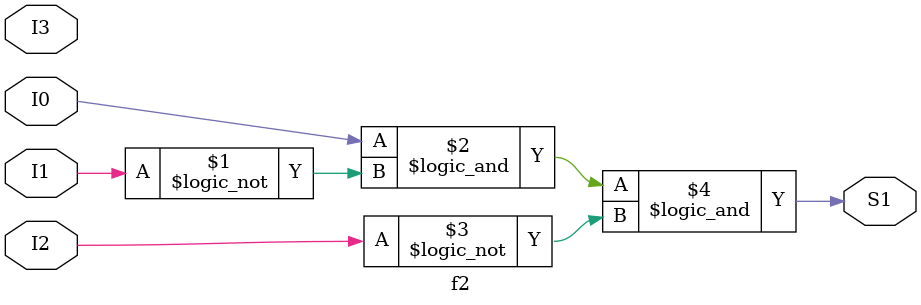
<source format=sv>
module f2(input I0, I1, I2, I3, 
			 output S1);

	assign S1 = (I0&&!I1&&!I2);
	
endmodule

</source>
